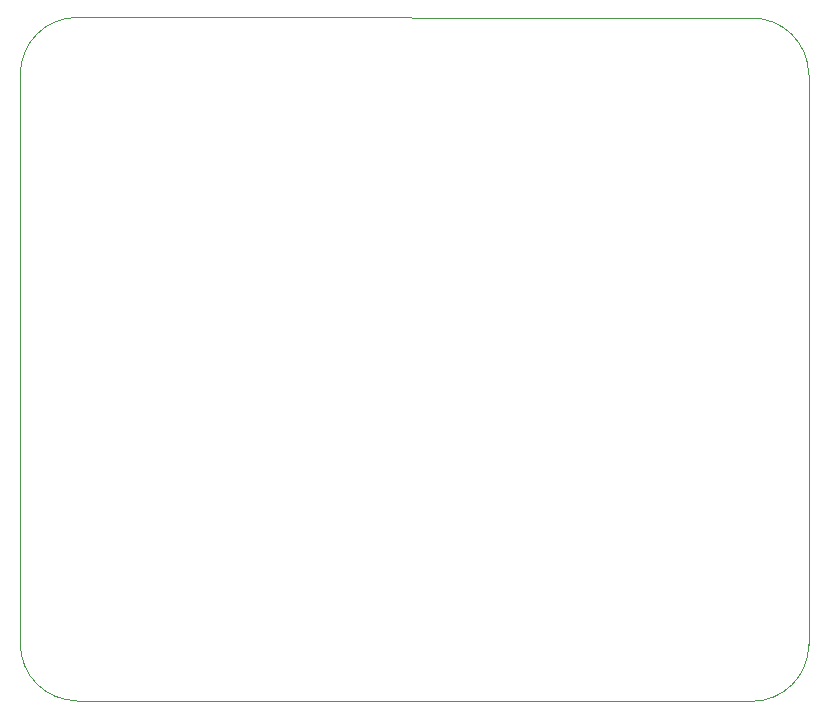
<source format=gbr>
%TF.GenerationSoftware,KiCad,Pcbnew,(6.0.9)*%
%TF.CreationDate,2023-01-13T23:22:46-06:00*%
%TF.ProjectId,PlantHumidifier,506c616e-7448-4756-9d69-646966696572,A*%
%TF.SameCoordinates,Original*%
%TF.FileFunction,Profile,NP*%
%FSLAX46Y46*%
G04 Gerber Fmt 4.6, Leading zero omitted, Abs format (unit mm)*
G04 Created by KiCad (PCBNEW (6.0.9)) date 2023-01-13 23:22:46*
%MOMM*%
%LPD*%
G01*
G04 APERTURE LIST*
%TA.AperFunction,Profile*%
%ADD10C,0.100000*%
%TD*%
G04 APERTURE END LIST*
D10*
X122550000Y-56675000D02*
X122550000Y-104925000D01*
X60600000Y-51825000D02*
X117750000Y-51875000D01*
X60600000Y-51825000D02*
G75*
G03*
X55800000Y-56625000I0J-4800000D01*
G01*
X60600000Y-109675000D02*
X117750000Y-109725000D01*
X55800000Y-56625000D02*
X55800000Y-104875000D01*
X117750000Y-109725000D02*
G75*
G03*
X122550000Y-104925000I0J4800000D01*
G01*
X55800000Y-104875000D02*
G75*
G03*
X60600000Y-109675000I4800000J0D01*
G01*
X122550000Y-56675000D02*
G75*
G03*
X117750000Y-51875000I-4800000J0D01*
G01*
M02*

</source>
